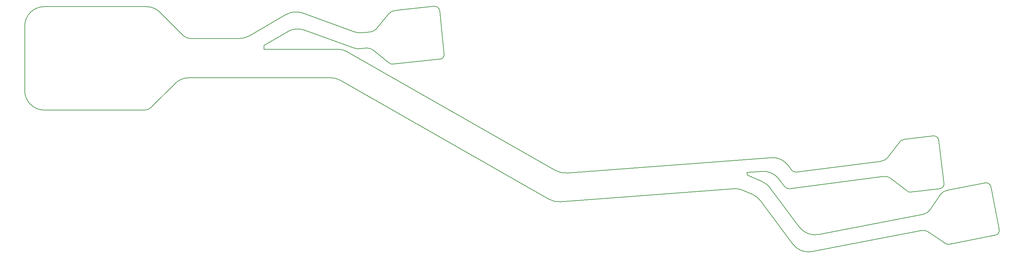
<source format=gbr>
*
G4_C Author: OrCAD GerbTool(tm) 8.1.1 Thu Jun 19 01:37:11 2003*
%LPD*%
%FSLAX34Y34*%
%MOIN*%
%AD*%
%ADD10R,0.050000X0.050000*%
%ADD11C,0.006000*%
%ADD12C,0.019000*%
%ADD13C,0.007900*%
%ADD14C,0.005000*%
%ADD15C,0.000800*%
%ADD16R,0.070000X0.025000*%
%ADD17R,0.068000X0.023000*%
%ADD18C,0.006000*%
%ADD19C,0.009800*%
%ADD20C,0.010000*%
%ADD21C,0.030000*%
%ADD22C,0.060000*%
%ADD23C,0.035000*%
%ADD24C,0.055000*%
%ADD25C,0.062980*%
%ADD26C,0.001000*%
%ADD27C,0.196840*%
G4_C OrCAD GerbTool Tool List *
G54D11*
G1X16888Y37466D2*
G75*
G2X16181Y37759I0J1000D1*
G74*
G1X12909Y30454D2*
G75*
G2X12203Y30161I-707J707D1*
G74*
G1X1985Y30162D2*
G75*
G2X-15Y32163I0J2000D1*
G74*
G1X-15Y38720D1*
G1X1985Y40720D2*
G75*
G3X-15Y38720I0J-2000D1*
G74*
G1X15331Y32877D2*
G1X12909Y30454D1*
G1X16745Y33463D2*
G75*
G3X15331Y32877I0J-2000D1*
G74*
G1X12203Y30162D2*
G1X1985Y30162D1*
G1X1985Y40720D2*
G1X12392Y40720D1*
G1X13806Y40134D2*
G1X16181Y37759D1*
G1X12392Y40720D2*
G75*
G2X13806Y40134I0J-2000D1*
G74*
G1X16889Y37466D2*
G1X21890Y37466D1*
G1X21890Y37466D2*
G75*
G3X22890Y37734I0J2008D1*
G74*
G1X26668Y39916D1*
G1X26668Y39916D2*
G75*
G2X28352Y40063I1003J-1737D1*
G74*
G1X28505Y38325D2*
G75*
G3X26821Y38177I-686J-1885D1*
G74*
G1X28352Y40063D2*
G1X33582Y38160D1*
G1X34475Y38050D2*
G1X35240Y38131D1*
G1X33582Y38160D2*
G75*
G3X34475Y38050I690J1897D1*
G74*
G1X28505Y38325D2*
G1X33385Y36549D1*
G1X34277Y36439D2*
G1X34824Y36496D1*
G1X33385Y36549D2*
G75*
G3X34277Y36439I690J1896D1*
G74*
G1X16745Y33463D2*
G1X31206Y33463D1*
G1X31206Y33463D2*
G75*
G2X32197Y33201I0J-1987D1*
G74*
G1X24396Y36777D2*
G1X26821Y38177D1*
G1X24396Y36777D2*
G1X24396Y36374D1*
G1X24396Y36374D2*
G1X31917Y36374D1*
G1X31917Y36374D2*
G75*
G2X32908Y36112I0J-1987D1*
G74*
G1X54134Y24004D1*
G1X54134Y24004D2*
G75*
G3X55275Y23747I1000J1755D1*
G74*
G1X53472Y21065D2*
G1X32197Y33201D1*
G1X54613Y20808D2*
G75*
G2X53472Y21065I-149J1983D1*
G74*
G1X54613Y20808D2*
G1X72313Y22139D1*
G1X72313Y22139D2*
G75*
G2X73254Y21981I149J-1979D1*
G74*
G1X74218Y21566D1*
G1X74218Y21566D2*
G75*
G2X75031Y20925I-795J-1847D1*
G74*
G1X55275Y23747D2*
G1X76120Y25314D1*
G1X76120Y25314D2*
G75*
G2X77874Y24515I151J-2001D1*
G74*
G1X75233Y22851D2*
G75*
G2X76046Y22210I-798J-1849D1*
G74*
G1X77874Y24515D2*
G1X78236Y24028D1*
G1X78701Y23831D2*
G1X87352Y24940D1*
G1X78236Y24028D2*
G75*
G3X78701Y23831I399J298D1*
G74*
G1X87642Y23382D2*
G1X77985Y22144D1*
G1X77985Y22144D2*
G75*
G2X77521Y22341I-64J498D1*
G74*
G1X91700Y19542D2*
G1X80997Y17463D1*
G1X79012Y18231D2*
G1X76046Y22210D1*
G1X80997Y17463D2*
G75*
G2X79012Y18231I-383J1970D1*
G74*
G1X75031Y20925D2*
G1X78336Y16490D1*
G1X80321Y15722D2*
G1X91428Y17877D1*
G1X78336Y16490D2*
G75*
G3X80321Y15722I1604J1196D1*
G74*
G1X35558Y36280D2*
G75*
G3X34823Y36497I-629J-777D1*
G74*
G1X42322Y40305D2*
G75*
G3X41773Y40750I-497J-52D1*
G74*
G1X35558Y36280D2*
G1X37184Y34961D1*
G75*
G3X37552Y34852I315J389D1*
G74*
G1X42339Y35355D1*
G1X42784Y35905D2*
G1X42322Y40305D1*
G1X42339Y35355D2*
G75*
G3X42784Y35905I-52J497D1*
G74*
G1X35913Y38497D2*
G75*
G2X35240Y38131I-777J629D1*
G74*
G1X35913Y38497D2*
G1X37101Y39964D1*
G1X37774Y40329D2*
G1X41773Y40750D1*
G1X37101Y39964D2*
G75*
G2X37774Y40329I777J-629D1*
G74*
G1X92178Y17725D2*
G75*
G3X91427Y17878I-559J-829D1*
G74*
G1X98566Y22325D2*
G75*
G3X97979Y22720I-491J-95D1*
G74*
G1X92178Y17725D2*
G1X93913Y16554D1*
G75*
G3X94289Y16477I280J415D1*
G74*
G1X99014Y17396D1*
G1X99410Y17982D2*
G1X98566Y22325D1*
G1X99014Y17396D2*
G75*
G3X99410Y17982I-95J491D1*
G74*
G1X92339Y19965D2*
G75*
G2X91700Y19543I-829J559D1*
G74*
G1X92339Y19965D2*
G1X93394Y21530D1*
G1X94032Y21953D2*
G1X97979Y22720D1*
G1X93394Y21530D2*
G75*
G2X94032Y21953I829J-559D1*
G74*
G1X88371Y23176D2*
G75*
G3X87633Y23381I-616J-788D1*
G74*
G1X88018Y25317D2*
G75*
G2X87352Y24940I-788J616D1*
G74*
G1X93238Y27090D2*
G75*
G3X92681Y27525I-496J-61D1*
G74*
G1X89637Y27151D1*
G1X89304Y26963D2*
G1X88018Y25317D1*
G1X89637Y27151D2*
G75*
G3X89304Y26963I61J-496D1*
G74*
G1X88371Y23176D2*
G1X90024Y21885D1*
G75*
G3X90392Y21783I308J395D1*
G74*
G1X93342Y22145D1*
G1X93777Y22702D2*
G1X93238Y27090D1*
G1X93342Y22145D2*
G75*
G3X93777Y22702I-61J496D1*
G74*
G1X76949Y23108D2*
G1X77521Y22341D1*
G1X75196Y23907D2*
G75*
G2X76949Y23108I151J-2001D1*
G74*
G1X73657Y23791D2*
G1X75196Y23907D1*
G1X73657Y23791D2*
G1X73689Y23516D1*
G1X75233Y22851D1*
M2*

</source>
